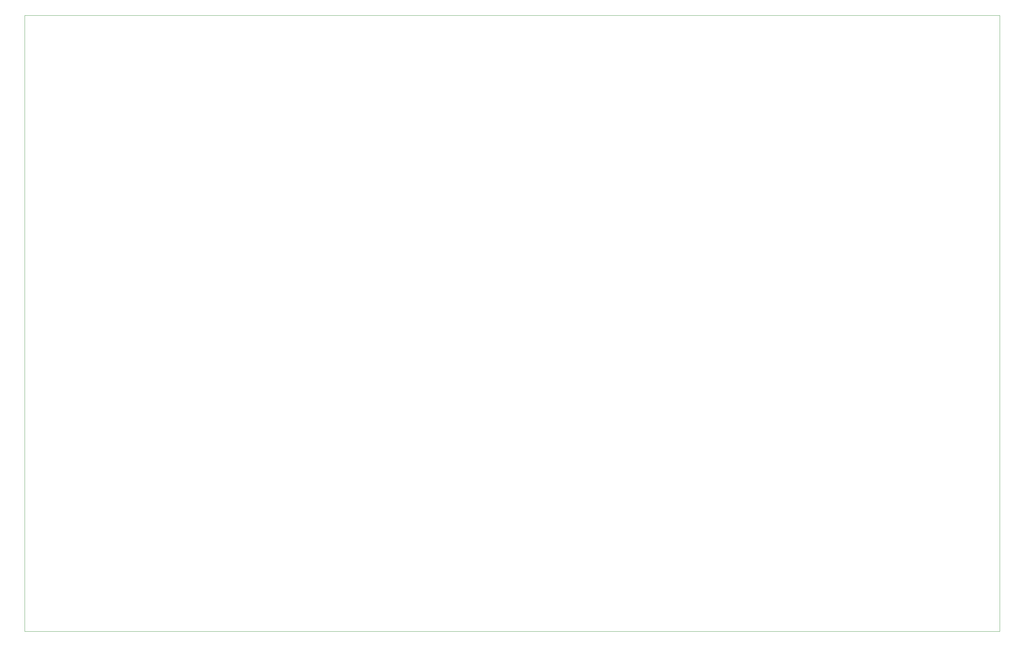
<source format=gbr>
G04 (created by PCBNEW (2013-07-07 BZR 4022)-stable) date 3/30/2016 4:45:44 AM*
%MOIN*%
G04 Gerber Fmt 3.4, Leading zero omitted, Abs format*
%FSLAX34Y34*%
G01*
G70*
G90*
G04 APERTURE LIST*
%ADD10C,0.00590551*%
%ADD11C,0.00393701*%
G04 APERTURE END LIST*
G54D10*
G54D11*
X20000Y-88600D02*
X20200Y-88600D01*
X20000Y-24400D02*
X20000Y-88600D01*
X20200Y-24400D02*
X20000Y-24400D01*
X121600Y-88600D02*
X20200Y-88600D01*
X20200Y-24400D02*
X121600Y-24400D01*
X121600Y-24400D02*
X121600Y-88600D01*
M02*

</source>
